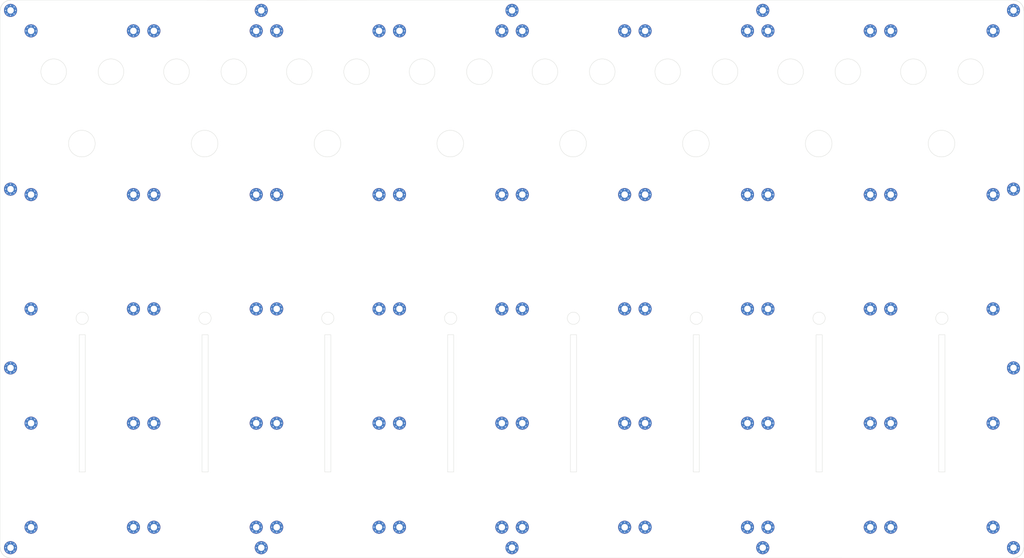
<source format=kicad_pcb>
(kicad_pcb (version 20221018) (generator pcbnew)
  (layers (0 "F.Cu" signal) (1 "In1.Cu" power) (2 "In2.Cu" power) (31 "B.Cu" signal) (34 "B.Paste" user) (35 "F.Paste" user) (36 "B.SilkS" user "B.Silkscreen") (37 "F.SilkS" user "F.Silkscreen") (38 "B.Mask" user) (39 "F.Mask" user) (44 "Edge.Cuts" user))
  (property "num" "hola")
  (net 0 "")
  (footprint "MountingHole:MountingHole_3.2mm_M3_Pad_Via" (layer "F.Cu") (at 390.550682 362.891355)
    (fp_text reference "H157" hide)
    (fp_text value "MountingHole")
  )
  (footprint "MountingHole:MountingHole_3.2mm_M3_Pad_Via" (layer "F.Cu") (at 380.550682 251.224689)
    (fp_text reference "H153" hide)
    (fp_text value "MountingHole")
  )
  (footprint "MountingHole:MountingHole_3.2mm_M3_Pad_Via" (layer "F.Cu") (at 560.550682 171.224689)
    (fp_text reference "H231" hide)
    (fp_text value "MountingHole")
  )
  (footprint "MountingHole:MountingHole_3.2mm_M3_Pad_Via" (layer "F.Cu") (at 510.550682 362.891355)
    (fp_text reference "H177" hide)
    (fp_text value "MountingHole")
  )
  (footprint "MountingHole:MountingHole_3.2mm_M3_Pad_Via" (layer "F.Cu") (at 560.550682 413.724689)
    (fp_text reference "H176" hide)
    (fp_text value "MountingHole")
  )
  (footprint "MountingHole:MountingHole_3.2mm_M3_Pad_Via" (layer "F.Cu") (at 200.550682 251.224689)
    (fp_text reference "H123" hide)
    (fp_text value "MountingHole")
  )
  (footprint "MountingHole:MountingHole_3.2mm_M3_Pad_Via" (layer "F.Cu") (at 390.550682 251.224689)
    (fp_text reference "H161" hide)
    (fp_text value "MountingHole")
  )
  (footprint "MountingHole:MountingHole_3.2mm_M3_Pad_Via" (layer "F.Cu") (at 320.550682 413.724689)
    (fp_text reference "H136" hide)
    (fp_text value "MountingHole")
  )
  (footprint "MountingHole:MountingHole_3.2mm_M3_Pad_Via" (layer "F.Cu") (at 325.521872 161.229689)
    (fp_text reference "H215" hide)
    (fp_text value "MountingHole")
  )
  (footprint "MountingHole:MountingHole_3.2mm_M3_Pad_Via" (layer "F.Cu") (at 570.521872 335.896355)
    (fp_text reference "H191" hide)
    (fp_text value "MountingHole")
  )
  (footprint "MountingHole:MountingHole_3.2mm_M3_Pad_Via" (layer "F.Cu") (at 500.550682 171.224689)
    (fp_text reference "H229" hide)
    (fp_text value "MountingHole")
  )
  (footprint "MountingHole:MountingHole_3.2mm_M3_Pad_Via" (layer "F.Cu") (at 270.550682 171.224689)
    (fp_text reference "H222" hide)
    (fp_text value "MountingHole")
  )
  (footprint "MountingHole:MountingHole_3.2mm_M3_Pad_Via" (layer "F.Cu") (at 320.550682 251.224689)
    (fp_text reference "H143" hide)
    (fp_text value "MountingHole")
  )
  (footprint "MountingHole:MountingHole_3.2mm_M3_Pad_Via" (layer "F.Cu") (at 80.521872 423.729689)
    (fp_text reference "H194" hide)
    (fp_text value "MountingHole")
  )
  (footprint "MountingHole:MountingHole_3.2mm_M3_Pad_Via" (layer "F.Cu") (at 390.550682 171.224689)
    (fp_text reference "H226" hide)
    (fp_text value "MountingHole")
  )
  (footprint "MountingHole:MountingHole_3.2mm_M3_Pad_Via" (layer "F.Cu") (at 330.550682 171.224689)
    (fp_text reference "H224" hide)
    (fp_text value "MountingHole")
  )
  (footprint "MountingHole:MountingHole_3.2mm_M3_Pad_Via" (layer "F.Cu") (at 380.550682 307.058022)
    (fp_text reference "H150" hide)
    (fp_text value "MountingHole")
  )
  (footprint "MountingHole:MountingHole_3.2mm_M3_Pad_Via" (layer "F.Cu") (at 260.550682 413.724689)
    (fp_text reference "H126" hide)
    (fp_text value "MountingHole")
  )
  (footprint "MountingHole:MountingHole_3.2mm_M3_Pad_Via" (layer "F.Cu") (at 450.550682 413.724689)
    (fp_text reference "H165" hide)
    (fp_text value "MountingHole")
  )
  (footprint "MountingHole:MountingHole_3.2mm_M3_Pad_Via" (layer "F.Cu") (at 380.550682 413.724689)
    (fp_text reference "H146" hide)
    (fp_text value "MountingHole")
  )
  (footprint "MountingHole:MountingHole_3.2mm_M3_Pad_Via" (layer "F.Cu") (at 270.550682 413.724689)
    (fp_text reference "H135" hide)
    (fp_text value "MountingHole")
  )
  (footprint "MountingHole:MountingHole_3.2mm_M3_Pad_Via" (layer "F.Cu") (at 500.550682 413.724689)
    (fp_text reference "H166" hide)
    (fp_text value "MountingHole")
  )
  (footprint "MountingHole:MountingHole_3.2mm_M3_Pad_Via" (layer "F.Cu") (at 140.550682 362.891355)
    (fp_text reference "H108" hide)
    (fp_text value "MountingHole")
  )
  (footprint "MountingHole:MountingHole_3.2mm_M3_Pad_Via" (layer "F.Cu") (at 450.550682 251.224689)
    (fp_text reference "H171" hide)
    (fp_text value "MountingHole")
  )
  (footprint "MountingHole:MountingHole_3.2mm_M3_Pad_Via" (layer "F.Cu") (at 140.550682 251.224689)
    (fp_text reference "H108" hide)
    (fp_text value "MountingHole")
  )
  (footprint "MountingHole:MountingHole_3.2mm_M3_Pad_Via" (layer "F.Cu") (at 330.550682 251.224689)
    (fp_text reference "H151" hide)
    (fp_text value "MountingHole")
  )
  (footprint "MountingHole:MountingHole_3.2mm_M3_Pad_Via" (layer "F.Cu") (at 380.550682 171.224689)
    (fp_text reference "H225" hide)
    (fp_text value "MountingHole")
  )
  (footprint "MountingHole:MountingHole_3.2mm_M3_Pad_Via" (layer "F.Cu") (at 560.550682 362.891355)
    (fp_text reference "H178" hide)
    (fp_text value "MountingHole")
  )
  (footprint "MountingHole:MountingHole_3.2mm_M3_Pad_Via" (layer "F.Cu") (at 440.550682 362.891355)
    (fp_text reference "H158" hide)
    (fp_text value "MountingHole")
  )
  (footprint "MountingHole:MountingHole_3.2mm_M3_Pad_Via" (layer "F.Cu") (at 200.550682 362.891355)
    (fp_text reference "H118" hide)
    (fp_text value "MountingHole")
  )
  (footprint "MountingHole:MountingHole_3.2mm_M3_Pad_Via" (layer "F.Cu") (at 510.550682 171.224689)
    (fp_text reference "H230" hide)
    (fp_text value "MountingHole")
  )
  (footprint "MountingHole:MountingHole_3.2mm_M3_Pad_Via" (layer "F.Cu") (at 570.521872 248.563022)
    (fp_text reference "H188" hide)
    (fp_text value "MountingHole")
  )
  (footprint "MountingHole:MountingHole_3.2mm_M3_Pad_Via" (layer "F.Cu") (at 80.521872 248.563022)
    (fp_text reference "H188" hide)
    (fp_text value "MountingHole")
  )
  (footprint "MountingHole:MountingHole_3.2mm_M3_Pad_Via" (layer "F.Cu") (at 150.550682 251.224689)
    (fp_text reference "H121" hide)
    (fp_text value "MountingHole")
  )
  (footprint "MountingHole:MountingHole_3.2mm_M3_Pad_Via" (layer "F.Cu") (at 260.550682 362.891355)
    (fp_text reference "H128" hide)
    (fp_text value "MountingHole")
  )
  (footprint "MountingHole:MountingHole_3.2mm_M3_Pad_Via" (layer "F.Cu") (at 140.550682 171.224689)
    (fp_text reference "H108" hide)
    (fp_text value "MountingHole")
  )
  (footprint "MountingHole:MountingHole_3.2mm_M3_Pad_Via" (layer "F.Cu") (at 150.550682 307.058022)
    (fp_text reference "H119" hide)
    (fp_text value "MountingHole")
  )
  (footprint "MountingHole:MountingHole_3.2mm_M3_Pad_Via" (layer "F.Cu") (at 270.550682 251.224689)
    (fp_text reference "H142" hide)
    (fp_text value "MountingHole")
  )
  (footprint "MountingHole:MountingHole_3.2mm_M3_Pad_Via" (layer "F.Cu") (at 570.521872 423.729689)
    (fp_text reference "H213" hide)
    (fp_text value "MountingHole")
  )
  (footprint "MountingHole:MountingHole_3.2mm_M3_Pad_Via" (layer "F.Cu") (at 203.021872 161.229689)
    (fp_text reference "H214" hide)
    (fp_text value "MountingHole")
  )
  (footprint "MountingHole:MountingHole_3.2mm_M3_Pad_Via" (layer "F.Cu") (at 450.550682 307.058022)
    (fp_text reference "H169" hide)
    (fp_text value "MountingHole")
  )
  (footprint "MountingHole:MountingHole_3.2mm_M3_Pad_Via" (layer "F.Cu") (at 560.550682 307.058022)
    (fp_text reference "H180" hide)
    (fp_text value "MountingHole")
  )
  (footprint "MountingHole:MountingHole_3.2mm_M3_Pad_Via" (layer "F.Cu") (at 140.550682 307.058022)
    (fp_text reference "H108" hide)
    (fp_text value "MountingHole")
  )
  (footprint "MountingHole:MountingHole_3.2mm_M3_Pad_Via" (layer "F.Cu") (at 320.550682 362.891355)
    (fp_text reference "H138" hide)
    (fp_text value "MountingHole")
  )
  (footprint "MountingHole:MountingHole_3.2mm_M3_Pad_Via" (layer "F.Cu") (at 440.550682 307.058022)
    (fp_text reference "H160" hide)
    (fp_text value "MountingHole")
  )
  (footprint "MountingHole:MountingHole_3.2mm_M3_Pad_Via" (layer "F.Cu") (at 200.550682 171.224689)
    (fp_text reference "H219" hide)
    (fp_text value "MountingHole")
  )
  (footprint "MountingHole:MountingHole_3.2mm_M3_Pad_Via" (layer "F.Cu") (at 390.550682 413.724689)
    (fp_text reference "H155" hide)
    (fp_text value "MountingHole")
  )
  (footprint "MountingHole:MountingHole_3.2mm_M3_Pad_Via" (layer "F.Cu") (at 90.550682 362.891355)
    (fp_text reference "H108" hide)
    (fp_text value "MountingHole")
  )
  (footprint "MountingHole:MountingHole_3.2mm_M3_Pad_Via" (layer "F.Cu") (at 90.550682 413.724689)
    (fp_text reference "H108" hide)
    (fp_text value "MountingHole")
  )
  (footprint "MountingHole:MountingHole_3.2mm_M3_Pad_Via" (layer "F.Cu") (at 440.550682 171.224689)
    (fp_text reference "H227" hide)
    (fp_text value "MountingHole")
  )
  (footprint "MountingHole:MountingHole_3.2mm_M3_Pad_Via" (layer "F.Cu") (at 510.550682 307.058022)
    (fp_text reference "H179" hide)
    (fp_text value "MountingHole")
  )
  (footprint "MountingHole:MountingHole_3.2mm_M3_Pad_Via" (layer "F.Cu") (at 200.550682 307.058022)
    (fp_text reference "H120" hide)
    (fp_text value "MountingHole")
  )
  (footprint "MountingHole:MountingHole_3.2mm_M3_Pad_Via" (layer "F.Cu") (at 440.550682 251.224689)
    (fp_text reference "H164" hide)
    (fp_text value "MountingHole")
  )
  (footprint "MountingHole:MountingHole_3.2mm_M3_Pad_Via" (layer "F.Cu") (at 510.550682 413.724689)
    (fp_text reference "H175" hide)
    (fp_text value "MountingHole")
  )
  (footprint "MountingHole:MountingHole_3.2mm_M3_Pad_Via" (layer "F.Cu") (at 90.550682 251.224689)
    (fp_text reference "H108" hide)
    (fp_text value "MountingHole")
  )
  (footprint "MountingHole:MountingHole_3.2mm_M3_Pad_Via" (layer "F.Cu") (at 450.550682 171.224689)
    (fp_text reference "H228" hide)
    (fp_text value "MountingHole")
  )
  (footprint "MountingHole:MountingHole_3.2mm_M3_Pad_Via" (layer "F.Cu") (at 325.521872 423.729689)
    (fp_text reference "H211" hide)
    (fp_text value "MountingHole")
  )
  (footprint "MountingHole:MountingHole_3.2mm_M3_Pad_Via" (layer "F.Cu") (at 200.550682 413.724689)
    (fp_text reference "H116" hide)
    (fp_text value "MountingHole")
  )
  (footprint "MountingHole:MountingHole_3.2mm_M3_Pad_Via" (layer "F.Cu") (at 500.550682 307.058022)
    (fp_text reference "H170" hide)
    (fp_text value "MountingHole")
  )
  (footprint "MountingHole:MountingHole_3.2mm_M3_Pad_Via" (layer "F.Cu") (at 448.021872 161.229689)
    (fp_text reference "H216" hide)
    (fp_text value "MountingHole")
  )
  (footprint "MountingHole:MountingHole_3.2mm_M3_Pad_Via" (layer "F.Cu") (at 330.550682 413.724689)
    (fp_text reference "H145" hide)
    (fp_text value "MountingHole")
  )
  (footprint "MountingHole:MountingHole_3.2mm_M3_Pad_Via" (layer "F.Cu") (at 560.550682 251.224689)
    (fp_text reference "H183" hide)
    (fp_text value "MountingHole")
  )
  (footprint "MountingHole:MountingHole_3.2mm_M3_Pad_Via" (layer "F.Cu") (at 320.550682 171.224689)
    (fp_text reference "H223" hide)
    (fp_text value "MountingHole")
  )
  (footprint "MountingHole:MountingHole_3.2mm_M3_Pad_Via" (layer "F.Cu") (at 210.550682 171.224689)
    (fp_text reference "H220" hide)
    (fp_text value "MountingHole")
  )
  (footprint "MountingHole:MountingHole_3.2mm_M3_Pad_Via" (layer "F.Cu") (at 210.550682 251.224689)
    (fp_text reference "H131" hide)
    (fp_text value "MountingHole")
  )
  (footprint "MountingHole:MountingHole_3.2mm_M3_Pad_Via" (layer "F.Cu") (at 80.521872 161.229689)
    (fp_text reference "H108" hide)
    (fp_text value "MountingHole")
  )
  (footprint "MountingHole:MountingHole_3.2mm_M3_Pad_Via" (layer "F.Cu") (at 260.550682 307.058022)
    (fp_text reference "H130" hide)
    (fp_text value "MountingHole")
  )
  (footprint "MountingHole:MountingHole_3.2mm_M3_Pad_Via" (layer "F.Cu") (at 330.550682 362.891355)
    (fp_text reference "H147" hide)
    (fp_text value "MountingHole")
  )
  (footprint "MountingHole:MountingHole_3.2mm_M3_Pad_Via" (layer "F.Cu") (at 140.550682 413.724689)
    (fp_text reference "H108" hide)
    (fp_text value "MountingHole")
  )
  (footprint "MountingHole:MountingHole_3.2mm_M3_Pad_Via" (layer "F.Cu") (at 90.550682 171.224689)
    (fp_text reference "H108" hide)
    (fp_text value "MountingHole")
  )
  (footprint "MountingHole:MountingHole_3.2mm_M3_Pad_Via" (layer "F.Cu") (at 270.550682 362.891355)
    (fp_text reference "H137" hide)
    (fp_text value "MountingHole")
  )
  (footprint "MountingHole:MountingHole_3.2mm_M3_Pad_Via" (layer "F.Cu") (at 320.550682 307.058022)
    (fp_text reference "H140" hide)
    (fp_text value "MountingHole")
  )
  (footprint "MountingHole:MountingHole_3.2mm_M3_Pad_Via" (layer "F.Cu") (at 570.521872 161.229689)
    (fp_text reference "H199" hide)
    (fp_text value "MountingHole")
  )
  (footprint "MountingHole:MountingHole_3.2mm_M3_Pad_Via" (layer "F.Cu") (at 448.021872 423.729689)
    (fp_text reference "H212" hide)
    (fp_text value "MountingHole")
  )
  (footprint "MountingHole:MountingHole_3.2mm_M3_Pad_Via" (layer "F.Cu") (at 90.550682 307.058022)
    (fp_text reference "H108" hide)
    (fp_text value "MountingHole")
  )
  (footprint "MountingHole:MountingHole_3.2mm_M3_Pad_Via" (layer "F.Cu") (at 500.550682 362.891355)
    (fp_text reference "H168" hide)
    (fp_text value "MountingHole")
  )
  (footprint "MountingHole:MountingHole_3.2mm_M3_Pad_Via" (layer "F.Cu") (at 80.521872 335.896355)
    (fp_text reference "H191" hide)
    (fp_text value "MountingHole")
  )
  (footprint "MountingHole:MountingHole_3.2mm_M3_Pad_Via" (layer "F.Cu") (at 510.550682 251.224689)
    (fp_text reference "H182" hide)
    (fp_text value "MountingHole")
  )
  (footprint "MountingHole:MountingHole_3.2mm_M3_Pad_Via" (layer "F.Cu") (at 390.550682 307.058022)
    (fp_text reference "H159" hide)
    (fp_text value "MountingHole")
  )
  (footprint "MountingHole:MountingHole_3.2mm_M3_Pad_Via" (layer "F.Cu") (at 500.550682 251.224689)
    (fp_text reference "H173" hide)
    (fp_text value "MountingHole")
  )
  (footprint "MountingHole:MountingHole_3.2mm_M3_Pad_Via" (layer "F.Cu") (at 330.550682 307.058022)
    (fp_text reference "H149" hide)
    (fp_text value "MountingHole")
  )
  (footprint "MountingHole:MountingHole_3.2mm_M3_Pad_Via" (layer "F.Cu") (at 260.550682 171.224689)
    (fp_text reference "H221" hide)
    (fp_text value "MountingHole")
  )
  (footprint "MountingHole:MountingHole_3.2mm_M3_Pad_Via" (layer "F.Cu") (at 210.550682 413.724689)
    (fp_text reference "H125" hide)
    (fp_text value "MountingHole")
  )
  (footprint "MountingHole:MountingHole_3.2mm_M3_Pad_Via" (layer "F.Cu") (at 150.550682 413.724689)
    (fp_text reference "H115" hide)
    (fp_text value "MountingHole")
  )
  (footprint "MountingHole:MountingHole_3.2mm_M3_Pad_Via" (layer "F.Cu") (at 203.021872 423.729689)
    (fp_text reference "H210" hide)
    (fp_text value "MountingHole")
  )
  (footprint "MountingHole:MountingHole_3.2mm_M3_Pad_Via" (layer "F.Cu") (at 260.550682 251.224689)
    (fp_text reference "H134" hide)
    (fp_text value "MountingHole")
  )
  (footprint "MountingHole:MountingHole_3.2mm_M3_Pad_Via" (layer "F.Cu") (at 210.550682 307.058022)
    (fp_text reference "H129" hide)
    (fp_text value "MountingHole")
  )
  (footprint "MountingHole:MountingHole_3.2mm_M3_Pad_Via" (layer "F.Cu") (at 150.550682 362.891355)
    (fp_text reference "H117" hide)
    (fp_text value "MountingHole")
  )
  (footprint "MountingHole:MountingHole_3.2mm_M3_Pad_Via" (layer "F.Cu") (at 450.550682 362.891355)
    (fp_text reference "H167" hide)
    (fp_text value "MountingHole")
  )
  (footprint "MountingHole:MountingHole_3.2mm_M3_Pad_Via" (layer "F.Cu") (at 270.550682 307.058022)
    (fp_text reference "H139" hide)
    (fp_text value "MountingHole")
  )
  (footprint "MountingHole:MountingHole_3.2mm_M3_Pad_Via" (layer "F.Cu") (at 150.550682 171.224689)
    (fp_text reference "H218" hide)
    (fp_text value "MountingHole")
  )
  (footprint "MountingHole:MountingHole_3.2mm_M3_Pad_Via" (layer "F.Cu") (at 380.550682 362.891355)
    (fp_text reference "H148" hide)
    (fp_text value "MountingHole")
  )
  (footprint "MountingHole:MountingHole_3.2mm_M3_Pad_Via" (layer "F.Cu") (at 210.550682 362.891355)
    (fp_text reference "H127" hide)
    (fp_text value "MountingHole")
  )
  (footprint "MountingHole:MountingHole_3.2mm_M3_Pad_Via" (layer "F.Cu") (at 440.550682 413.724689)
    (fp_text reference "H156" hide)
    (fp_text value "MountingHole")
  )
  (gr_circle (center 249.600682 191.174689) (end 255.852082 191.174689) (stroke (width 0.15)) (fill none) (layer "Edge.Cuts"))
  (gr_line (start 75.522158 423.742161) (end 75.537222 161.273474) (stroke (width 0.1)) (layer "Edge.Cuts"))
  (gr_circle (center 281.600682 191.174689) (end 287.852082 191.174689) (stroke (width 0.15)) (fill none) (layer "Edge.Cuts"))
  (gr_circle (center 461.600682 191.174689) (end 467.852082 191.174689) (stroke (width 0.15)) (fill none) (layer "Edge.Cuts"))
  (gr_circle (center 475.35 226.3) (end 481.85 226.3) (stroke (width 0.15)) (fill none) (layer "Edge.Cuts"))
  (gr_rect (start 234.050682 319.724689) (end 237.050682 386.724689) (stroke (width 0.15)) (fill none) (layer "Edge.Cuts"))
  (gr_circle (center 355.530682 311.626355) (end 358.532348 311.626355) (stroke (width 0.15)) (fill none) (layer "Edge.Cuts"))
  (gr_arc (start 80.543785 428.742468) (mid 77.000031 427.279663) (end 75.522158 423.742161) (stroke (width 0.2)) (layer "Edge.Cuts"))
  (gr_line (start 570.478373 156.266911) (end 80.537529 156.251847) (stroke (width 0.1)) (layer "Edge.Cuts"))
  (gr_rect (start 114.050682 319.724689) (end 117.050682 386.724689) (stroke (width 0.15)) (fill none) (layer "Edge.Cuts"))
  (gr_circle (center 401.600682 191.174689) (end 407.852082 191.174689) (stroke (width 0.15)) (fill none) (layer "Edge.Cuts"))
  (gr_circle (center 115.35 226.3) (end 121.85 226.3) (stroke (width 0.15)) (fill none) (layer "Edge.Cuts"))
  (gr_circle (center 175.530682 311.626355) (end 178.532348 311.626355) (stroke (width 0.15)) (fill none) (layer "Edge.Cuts"))
  (gr_circle (center 161.600682 191.174689) (end 167.852082 191.174689) (stroke (width 0.15)) (fill none) (layer "Edge.Cuts"))
  (gr_circle (center 115.530682 311.626355) (end 118.532348 311.626355) (stroke (width 0.15)) (fill none) (layer "Edge.Cuts"))
  (gr_circle (center 355.35 226.3) (end 361.85 226.3) (stroke (width 0.15)) (fill none) (layer "Edge.Cuts"))
  (gr_circle (center 101.600682 191.174689) (end 107.852082 191.174689) (stroke (width 0.15)) (fill none) (layer "Edge.Cuts"))
  (gr_circle (center 295.530682 311.626355) (end 298.532348 311.626355) (stroke (width 0.15)) (fill none) (layer "Edge.Cuts"))
  (gr_arc (start 570.478373 156.266911) (mid 574.022127 157.729706) (end 575.5 161.267218) (stroke (width 0.2)) (layer "Edge.Cuts"))
  (gr_circle (center 341.600682 191.174689) (end 347.852082 191.174689) (stroke (width 0.15)) (fill none) (layer "Edge.Cuts"))
  (gr_arc (start 575.484936 423.735904) (mid 574.022162 427.279683) (end 570.484629 428.757531) (stroke (width 0.2)) (layer "Edge.Cuts"))
  (gr_circle (center 295.35 226.3) (end 301.85 226.3) (stroke (width 0.15)) (fill none) (layer "Edge.Cuts"))
  (gr_circle (center 415.530682 311.626355) (end 418.532348 311.626355) (stroke (width 0.15)) (fill none) (layer "Edge.Cuts"))
  (gr_circle (center 475.530682 311.626355) (end 478.532348 311.626355) (stroke (width 0.15)) (fill none) (layer "Edge.Cuts"))
  (gr_circle (center 369.600682 191.174689) (end 375.852082 191.174689) (stroke (width 0.15)) (fill none) (layer "Edge.Cuts"))
  (gr_line (start 575.484936 423.735904) (end 575.5 161.267218) (stroke (width 0.1)) (layer "Edge.Cuts"))
  (gr_circle (center 235.530682 311.626355) (end 238.532348 311.626355) (stroke (width 0.15)) (fill none) (layer "Edge.Cuts"))
  (gr_rect (start 354.050682 319.724689) (end 357.050682 386.724689) (stroke (width 0.15)) (fill none) (layer "Edge.Cuts"))
  (gr_circle (center 535.530682 311.626355) (end 538.532348 311.626355) (stroke (width 0.15)) (fill none) (layer "Edge.Cuts"))
  (gr_rect (start 294.050682 319.724689) (end 297.050682 386.724689) (stroke (width 0.15)) (fill none) (layer "Edge.Cuts"))
  (gr_line (start 80.543785 428.742468) (end 570.484629 428.757531) (stroke (width 0.1)) (layer "Edge.Cuts"))
  (gr_rect (start 474.050682 319.724689) (end 477.050682 386.724689) (stroke (width 0.15)) (fill none) (layer "Edge.Cuts"))
  (gr_circle (center 235.35 226.3) (end 241.85 226.3) (stroke (width 0.15)) (fill none) (layer "Edge.Cuts"))
  (gr_circle (center 489.600682 191.174689) (end 495.852082 191.174689) (stroke (width 0.15)) (fill none) (layer "Edge.Cuts"))
  (gr_circle (center 429.600682 191.174689) (end 435.852082 191.174689) (stroke (width 0.15)) (fill none) (layer "Edge.Cuts"))
  (gr_arc (start 75.537222 161.273474) (mid 77.000001 157.729694) (end 80.537529 156.251847) (stroke (width 0.2)) (layer "Edge.Cuts"))
  (gr_circle (center 415.35 226.3) (end 421.85 226.3) (stroke (width 0.15)) (fill none) (layer "Edge.Cuts"))
  (gr_circle (center 221.600682 191.174689) (end 227.852082 191.174689) (stroke (width 0.15)) (fill none) (layer "Edge.Cuts"))
  (gr_circle (center 129.600682 191.174689) (end 135.852082 191.174689) (stroke (width 0.15)) (fill none) (layer "Edge.Cuts"))
  (gr_circle (center 535.35 226.3) (end 541.85 226.3) (stroke (width 0.15)) (fill none) (layer "Edge.Cuts"))
  (gr_circle (center 521.600682 191.174689) (end 527.852082 191.174689) (stroke (width 0.15)) (fill none) (layer "Edge.Cuts"))
  (gr_circle (center 549.600682 191.174689) (end 555.852082 191.174689) (stroke (width 0.15)) (fill none) (layer "Edge.Cuts"))
  (gr_circle (center 175.35 226.3) (end 181.85 226.3) (stroke (width 0.15)) (fill none) (layer "Edge.Cuts"))
  (gr_rect (start 174.050682 319.724689) (end 177.050682 386.724689) (stroke (width 0.15)) (fill none) (layer "Edge.Cuts"))
  (gr_rect (start 534.050682 319.724689) (end 537.050682 386.724689) (stroke (width 0.15)) (fill none) (layer "Edge.Cuts"))
  (gr_rect (start 414.050682 319.724689) (end 417.050682 386.724689) (stroke (width 0.15)) (fill none) (layer "Edge.Cuts"))
  (gr_circle (center 309.600682 191.174689) (end 315.852082 191.174689) (stroke (width 0.15)) (fill none) (layer "Edge.Cuts"))
  (gr_circle (center 189.600682 191.174689) (end 195.852082 191.174689) (stroke (width 0.15)) (fill none) (layer "Edge.Cuts"))
)
</source>
